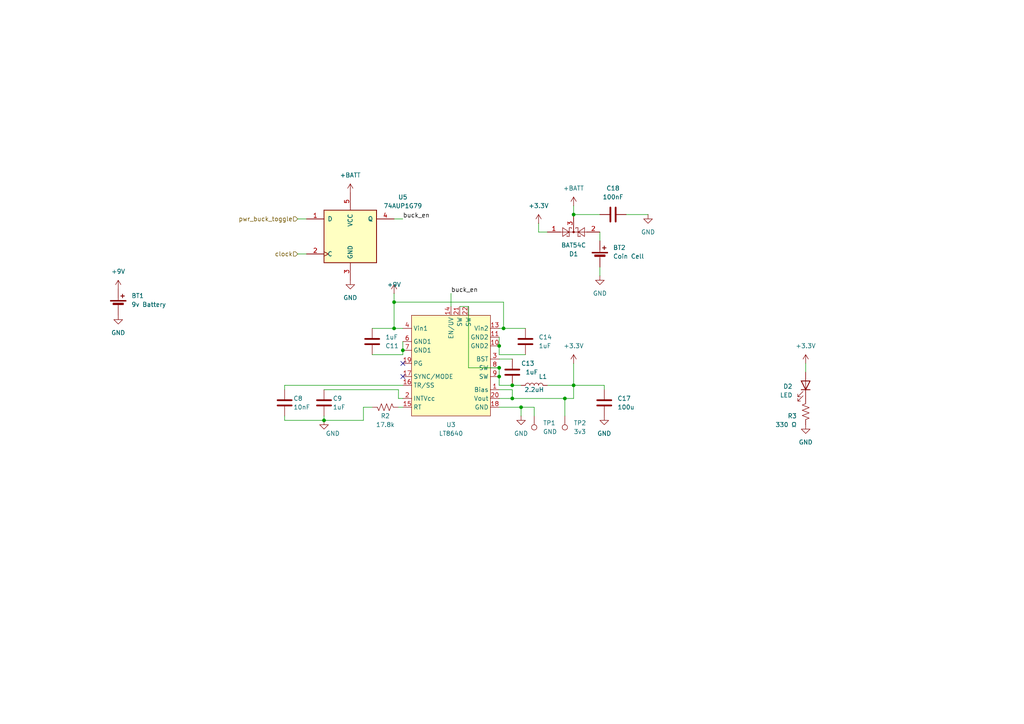
<source format=kicad_sch>
(kicad_sch (version 20231120) (generator "eeschema") (generator_version "8.0")
  (paper "A4")
  (lib_symbols
    (symbol "74xGxx:74AUP1G79" (pin_names (offset 1.016))
      (property "Reference" "U" (at -2.54 5.08 0))
      (property "Value" "74AUP1G79" (at 0 -5.08 0))
      (symbol "74AUP1G79_0_1"
        (rectangle (start -7.62 7.62) (end 7.62 -7.62) (stroke (width 0.254)) (fill (type background)))
      )
      (symbol "74AUP1G79_1_1"
        (pin input line (at -12.7 5.08 0) (length 5.08) (name "D") (number "1"))
        (pin input clock (at -12.7 -5.08 0) (length 5.08) (name "C") (number "2"))
        (pin power_in line (at 0 -12.7 90) (length 5.08) (name "GND") (number "3"))
        (pin output line (at 12.7 5.08 180) (length 5.08) (name "Q") (number "4"))
        (pin power_in line (at 0 12.7 270) (length 5.08) (name "VCC") (number "5"))
      )
    )
    (symbol "Connector:TestPoint" (pin_numbers hide) (pin_names (offset 0.762) hide)
      (property "Reference" "TP" (at 0 6.858 0))
      (property "Value" "TestPoint" (at 0 5.08 0))
      (symbol "TestPoint_0_1"
        (circle (center 0 3.302) (radius 0.762))
      )
      (symbol "TestPoint_1_1"
        (pin passive line (at 0 0 90) (length 2.54) (name "1") (number "1"))
      )
    )
    (symbol "Device:Battery_Cell" (pin_numbers hide) (pin_names (offset 0) hide)
      (property "Reference" "BT" (at 2.54 2.54 0))
      (property "Value" "Battery_Cell" (at 2.54 0 0))
      (symbol "Battery_Cell_0_1"
        (rectangle (start -2.286 1.778) (end 2.286 1.524) (fill (type outline)))
        (rectangle (start -1.524 1.016) (end 1.524 0.508) (fill (type outline)))
        (polyline (pts (xy 0 0.762) (xy 0 0)))
        (polyline (pts (xy 0 1.778) (xy 0 2.54)))
        (polyline (pts (xy 0.762 3.048) (xy 1.778 3.048)) (stroke (width 0.254)))
        (polyline (pts (xy 1.27 3.556) (xy 1.27 2.54)) (stroke (width 0.254)))
      )
      (symbol "Battery_Cell_1_1"
        (pin passive line (at 0 5.08 270) (length 2.54) (name "+") (number "1"))
        (pin passive line (at 0 -2.54 90) (length 2.54) (name "-") (number "2"))
      )
    )
    (symbol "Device:C" (pin_numbers hide) (pin_names (offset 0.254))
      (property "Reference" "C" (at 0.635 2.54 0))
      (property "Value" "C" (at 0.635 -2.54 0))
      (symbol "C_0_1"
        (polyline (pts (xy -2.032 -0.762) (xy 2.032 -0.762)) (stroke (width 0.508)))
        (polyline (pts (xy -2.032 0.762) (xy 2.032 0.762)) (stroke (width 0.508)))
      )
      (symbol "C_1_1"
        (pin passive line (at 0 3.81 270) (length 2.794) (name "~") (number "1"))
        (pin passive line (at 0 -3.81 90) (length 2.794) (name "~") (number "2"))
      )
    )
    (symbol "Device:L" (pin_numbers hide) (pin_names (offset 1.016) hide)
      (property "Reference" "L" (at -1.27 0 90))
      (property "Value" "L" (at 1.905 0 90))
      (symbol "L_0_1"
        (arc (start 0 -2.54) (mid 0.6323 -1.905) (end 0 -1.27))
        (arc (start 0 -1.27) (mid 0.6323 -0.635) (end 0 0))
        (arc (start 0 0) (mid 0.6323 0.635) (end 0 1.27))
        (arc (start 0 1.27) (mid 0.6323 1.905) (end 0 2.54))
      )
      (symbol "L_1_1"
        (pin passive line (at 0 3.81 270) (length 1.27) (name "1") (number "1"))
        (pin passive line (at 0 -3.81 90) (length 1.27) (name "2") (number "2"))
      )
    )
    (symbol "Device:LED" (pin_numbers hide) (pin_names (offset 1.016) hide)
      (property "Reference" "D" (at 0 2.54 0))
      (property "Value" "LED" (at 0 -2.54 0))
      (symbol "LED_0_1"
        (polyline (pts (xy -1.27 -1.27) (xy -1.27 1.27)) (stroke (width 0.254)))
        (polyline (pts (xy -1.27 0) (xy 1.27 0)))
        (polyline (pts (xy 1.27 -1.27) (xy 1.27 1.27) (xy -1.27 0) (xy 1.27 -1.27)) (stroke (width 0.254)))
        (polyline (pts (xy -3.048 -0.762) (xy -4.572 -2.286) (xy -3.81 -2.286) (xy -4.572 -2.286) (xy -4.572 -1.524)))
        (polyline (pts (xy -1.778 -0.762) (xy -3.302 -2.286) (xy -2.54 -2.286) (xy -3.302 -2.286) (xy -3.302 -1.524)))
      )
      (symbol "LED_1_1"
        (pin passive line (at -3.81 0 0) (length 2.54) (name "K") (number "1"))
        (pin passive line (at 3.81 0 180) (length 2.54) (name "A") (number "2"))
      )
    )
    (symbol "Device:R_US" (pin_numbers hide) (pin_names (offset 0))
      (property "Reference" "R" (at 2.54 0 90))
      (property "Value" "R_US" (at -2.54 0 90))
      (symbol "R_US_0_1"
        (polyline (pts (xy 0 -2.286) (xy 0 -2.54)))
        (polyline (pts (xy 0 2.286) (xy 0 2.54)))
        (polyline (pts (xy 0 -0.762) (xy 1.016 -1.143) (xy 0 -1.524) (xy -1.016 -1.905) (xy 0 -2.286)))
        (polyline (pts (xy 0 0.762) (xy 1.016 0.381) (xy 0 0) (xy -1.016 -0.381) (xy 0 -0.762)))
        (polyline (pts (xy 0 2.286) (xy 1.016 1.905) (xy 0 1.524) (xy -1.016 1.143) (xy 0 0.762)))
      )
      (symbol "R_US_1_1"
        (pin passive line (at 0 3.81 270) (length 1.27) (name "~") (number "1"))
        (pin passive line (at 0 -3.81 90) (length 1.27) (name "~") (number "2"))
      )
    )
    (symbol "Diode:BAT54C" (pin_names (offset 1.016))
      (property "Reference" "D" (at 0.635 -3.81 0))
      (property "Value" "BAT54C" (at -6.35 3.175 0))
      (symbol "BAT54C_0_1"
        (polyline (pts (xy -1.905 0) (xy 1.905 0)))
        (polyline (pts (xy -1.905 1.27) (xy -1.905 1.016)))
        (polyline (pts (xy -1.27 -1.27) (xy -0.635 -1.27)))
        (polyline (pts (xy -1.27 0) (xy -3.81 0)))
        (polyline (pts (xy -1.27 1.27) (xy -1.905 1.27)))
        (polyline (pts (xy -1.27 1.27) (xy -1.27 -1.27)))
        (polyline (pts (xy -0.635 -1.27) (xy -0.635 -1.016)))
        (polyline (pts (xy 0.635 -1.27) (xy 0.635 -1.016)))
        (polyline (pts (xy 1.27 -1.27) (xy 0.635 -1.27)))
        (polyline (pts (xy 1.27 1.27) (xy 1.27 -1.27)))
        (polyline (pts (xy 1.27 1.27) (xy 1.905 1.27)))
        (polyline (pts (xy 1.905 1.27) (xy 1.905 1.016)))
        (polyline (pts (xy 3.81 0) (xy 1.27 0)))
        (polyline (pts (xy -3.175 -1.27) (xy -3.175 1.27) (xy -1.27 0) (xy -3.175 -1.27)))
        (polyline (pts (xy 3.175 -1.27) (xy 3.175 1.27) (xy 1.27 0) (xy 3.175 -1.27)))
        (circle (center 0 0) (radius 0.254) (fill (type outline)))
      )
      (symbol "BAT54C_1_1"
        (pin passive line (at -7.62 0 0) (length 3.81) (name "~") (number "1"))
        (pin passive line (at 7.62 0 180) (length 3.81) (name "~") (number "2"))
        (pin passive line (at 0 -5.08 90) (length 5.08) (name "~") (number "3"))
      )
    )
    (symbol "Lou:LT8640"
      (property "Reference" "U3" (at 0 -19.05 0))
      (property "Value" "LT8640" (at 0 -21.59 0))
      (symbol "LT8640_0_0"
        (pin input line (at 13.97 -8.89 180) (length 2.54) (name "Bias") (number "1"))
        (pin open_emitter line (at 13.97 3.81 180) (length 2.54) (name "GND2") (number "10"))
        (pin open_emitter line (at 13.97 6.35 180) (length 2.54) (name "GND2") (number "11"))
        (pin power_in line (at 13.97 8.89 180) (length 2.54) (name "Vin2") (number "13"))
        (pin input line (at 0 15.24 270) (length 2.54) (name "EN/UV") (number "14"))
        (pin power_in line (at -13.97 -13.97 0) (length 2.54) (name "RT") (number "15"))
        (pin input line (at -13.97 -7.62 0) (length 2.54) (name "TR/SS") (number "16"))
        (pin input line (at -13.97 -5.08 0) (length 2.54) (name "SYNC/MODE") (number "17"))
        (pin power_in line (at 13.97 -13.97 180) (length 2.54) (name "GND") (number "18"))
        (pin open_collector line (at -13.97 -1.27 0) (length 2.54) (name "PG") (number "19"))
        (pin power_in line (at -13.97 -11.43 0) (length 2.54) (name "INTVcc") (number "2"))
        (pin power_out line (at 13.97 -11.43 180) (length 2.54) (name "Vout") (number "20"))
        (pin power_out line (at 2.54 15.24 270) (length 2.54) (name "SW") (number "21"))
        (pin power_out line (at 5.08 15.24 270) (length 2.54) (name "SW") (number "22"))
        (pin power_in line (at 13.97 0 180) (length 2.54) (name "BST") (number "3"))
        (pin power_in line (at -13.97 8.89 0) (length 2.54) (name "Vin1") (number "4"))
        (pin open_emitter line (at -13.97 5.08 0) (length 2.54) (name "GND1") (number "6"))
        (pin open_emitter line (at -13.97 2.54 0) (length 2.54) (name "GND1") (number "7"))
        (pin power_out line (at 13.97 -2.54 180) (length 2.54) (name "SW") (number "8"))
        (pin power_out line (at 13.97 -5.08 180) (length 2.54) (name "SW") (number "9"))
      )
      (symbol "LT8640_1_1"
        (rectangle (start -11.43 12.7) (end 11.43 -16.51) (fill (type background)))
      )
    )
    (symbol "power:+3.3V" (power) (pin_numbers hide) (pin_names (offset 0) hide)
      (property "Value" "+3.3V" (at 0 3.556 0))
      (symbol "+3.3V_0_1"
        (polyline (pts (xy -0.762 1.27) (xy 0 2.54)))
        (polyline (pts (xy 0 0) (xy 0 2.54)))
        (polyline (pts (xy 0 2.54) (xy 0.762 1.27)))
      )
      (symbol "+3.3V_1_1"
        (pin power_in line (at 0 0 90) (length 0) (name "~") (number "1"))
      )
    )
    (symbol "power:+9V" (power) (pin_numbers hide) (pin_names (offset 0) hide)
      (property "Value" "+9V" (at 0 3.556 0))
      (symbol "+9V_0_1"
        (polyline (pts (xy -0.762 1.27) (xy 0 2.54)))
        (polyline (pts (xy 0 0) (xy 0 2.54)))
        (polyline (pts (xy 0 2.54) (xy 0.762 1.27)))
      )
      (symbol "+9V_1_1"
        (pin power_in line (at 0 0 90) (length 0) (name "~") (number "1"))
      )
    )
    (symbol "power:+BATT" (power) (pin_numbers hide) (pin_names (offset 0) hide)
      (property "Value" "+BATT" (at 0 3.556 0))
      (symbol "+BATT_0_1"
        (polyline (pts (xy -0.762 1.27) (xy 0 2.54)))
        (polyline (pts (xy 0 0) (xy 0 2.54)))
        (polyline (pts (xy 0 2.54) (xy 0.762 1.27)))
      )
      (symbol "+BATT_1_1"
        (pin power_in line (at 0 0 90) (length 0) (name "~") (number "1"))
      )
    )
    (symbol "power:GND" (power) (pin_numbers hide) (pin_names (offset 0) hide)
      (property "Value" "GND" (at 0 -3.81 0))
      (symbol "GND_0_1"
        (polyline (pts (xy 0 0) (xy 0 -1.27) (xy 1.27 -1.27) (xy 0 -2.54) (xy -1.27 -1.27) (xy 0 -1.27)))
      )
      (symbol "GND_1_1"
        (pin power_in line (at 0 0 270) (length 0) (name "~") (number "1"))
      )
    )
  )
  (junction (at 166.37 62.23))
  (junction (at 114.3 95.25))
  (junction (at 166.37 111.76))
  (junction (at 93.98 121.92))
  (junction (at 116.84 101.6))
  (junction (at 146.05 95.25))
  (junction (at 148.59 115.57))
  (junction (at 114.3 87.63))
  (junction (at 151.13 118.11))
  (junction (at 148.59 111.76))
  (junction (at 144.78 109.22))
  (junction (at 163.83 115.57))
  (junction (at 144.78 100.33))
  (junction (at 144.78 106.68))
  (no_connect (at 116.84 105.41))
  (no_connect (at 116.84 109.22))
  (wire (pts (xy 116.84 99.06) (xy 116.84 101.6)))
  (wire (pts (xy 233.68 105.41) (xy 233.68 107.95)))
  (wire (pts (xy 166.37 59.69) (xy 166.37 62.23)))
  (wire (pts (xy 175.26 111.76) (xy 175.26 113.03)))
  (wire (pts (xy 144.78 100.33) (xy 144.78 102.87)))
  (wire (pts (xy 163.83 115.57) (xy 166.37 115.57)))
  (wire (pts (xy 156.21 67.31) (xy 158.75 67.31)))
  (wire (pts (xy 173.99 80.01) (xy 173.99 77.47)))
  (wire (pts (xy 151.13 118.11) (xy 144.78 118.11)))
  (wire (pts (xy 105.41 118.11) (xy 105.41 121.92)))
  (wire (pts (xy 135.89 106.68) (xy 144.78 106.68)))
  (wire (pts (xy 86.36 73.66) (xy 88.9 73.66)))
  (wire (pts (xy 151.13 111.76) (xy 148.59 111.76)))
  (wire (pts (xy 107.95 95.25) (xy 114.3 95.25)))
  (wire (pts (xy 82.55 113.03) (xy 82.55 111.76)))
  (wire (pts (xy 144.78 115.57) (xy 148.59 115.57)))
  (wire (pts (xy 181.61 62.23) (xy 187.96 62.23)))
  (wire (pts (xy 146.05 95.25) (xy 152.4 95.25)))
  (wire (pts (xy 173.99 62.23) (xy 166.37 62.23)))
  (wire (pts (xy 166.37 111.76) (xy 166.37 115.57)))
  (wire (pts (xy 144.78 95.25) (xy 146.05 95.25)))
  (wire (pts (xy 82.55 111.76) (xy 116.84 111.76)))
  (wire (pts (xy 115.57 115.57) (xy 116.84 115.57)))
  (wire (pts (xy 144.78 111.76) (xy 148.59 111.76)))
  (wire (pts (xy 130.81 85.09) (xy 130.81 88.9)))
  (wire (pts (xy 107.95 118.11) (xy 105.41 118.11)))
  (wire (pts (xy 148.59 115.57) (xy 163.83 115.57)))
  (wire (pts (xy 114.3 85.09) (xy 114.3 87.63)))
  (wire (pts (xy 151.13 120.65) (xy 151.13 118.11)))
  (wire (pts (xy 156.21 64.77) (xy 156.21 67.31)))
  (wire (pts (xy 86.36 63.5) (xy 88.9 63.5)))
  (wire (pts (xy 135.89 88.9) (xy 135.89 106.68)))
  (wire (pts (xy 116.84 101.6) (xy 116.84 102.87)))
  (wire (pts (xy 144.78 109.22) (xy 144.78 111.76)))
  (wire (pts (xy 93.98 121.92) (xy 105.41 121.92)))
  (wire (pts (xy 93.98 113.03) (xy 115.57 113.03)))
  (wire (pts (xy 144.78 104.14) (xy 148.59 104.14)))
  (wire (pts (xy 115.57 113.03) (xy 115.57 115.57)))
  (wire (pts (xy 93.98 120.65) (xy 93.98 121.92)))
  (wire (pts (xy 114.3 95.25) (xy 116.84 95.25)))
  (wire (pts (xy 116.84 102.87) (xy 107.95 102.87)))
  (wire (pts (xy 144.78 102.87) (xy 152.4 102.87)))
  (wire (pts (xy 163.83 115.57) (xy 163.83 120.65)))
  (wire (pts (xy 114.3 87.63) (xy 146.05 87.63)))
  (wire (pts (xy 114.3 87.63) (xy 114.3 95.25)))
  (wire (pts (xy 148.59 113.03) (xy 144.78 113.03)))
  (wire (pts (xy 151.13 118.11) (xy 154.94 118.11)))
  (wire (pts (xy 115.57 118.11) (xy 116.84 118.11)))
  (wire (pts (xy 154.94 118.11) (xy 154.94 120.65)))
  (wire (pts (xy 146.05 95.25) (xy 146.05 87.63)))
  (wire (pts (xy 144.78 97.79) (xy 144.78 100.33)))
  (wire (pts (xy 144.78 106.68) (xy 144.78 109.22)))
  (wire (pts (xy 158.75 111.76) (xy 166.37 111.76)))
  (wire (pts (xy 116.84 63.5) (xy 114.3 63.5)))
  (wire (pts (xy 148.59 113.03) (xy 148.59 115.57)))
  (wire (pts (xy 166.37 105.41) (xy 166.37 111.76)))
  (wire (pts (xy 82.55 120.65) (xy 82.55 121.92)))
  (wire (pts (xy 175.26 111.76) (xy 166.37 111.76)))
  (wire (pts (xy 173.99 69.85) (xy 173.99 67.31)))
  (wire (pts (xy 82.55 121.92) (xy 93.98 121.92)))
  (wire (pts (xy 133.35 88.9) (xy 135.89 88.9)))
  (label "buck_en" (at 116.84 63.5 0))
  (label "buck_en" (at 130.81 85.09 0))
  (hierarchical_label "clock" (shape input) (at 86.36 73.66 180))
  (hierarchical_label "pwr_buck_toggle" (shape input) (at 86.36 63.5 180))
  (symbol (lib_id "74xGxx:74AUP1G79") (at 101.6 68.58 0) (unit 1)
    (property "Reference" "U5" (at 116.84 57.1814 0))
    (property "Value" "74AUP1G79" (at 116.84 59.7214 0))
    (property "Footprint" "Package_TO_SOT_SMD:SOT-23-5" (effects (hide yes)))
    (property "Datasheet" "http://www.ti.com/lit/sg/scyt129e/scyt129e.pdf" (effects (hide yes)))
    (property "Description" "Single D Flip-Flop, Low-Voltage CMOS" (effects (hide yes)))
  )
  (symbol (lib_id "Lou:LT8640") (at 130.81 104.14 0) (unit 1)
    (property "Reference" "U3" (at 130.81 123.19 0))
    (property "Value" "LT8640" (at 130.81 125.73 0))
    (property "Footprint" "Lou:LT8640" (effects (hide yes)))
  )
  (symbol (lib_id "power:+3.3V") (at 233.68 105.41 0) (unit 1)
    (property "Reference" "#PWR036" (effects (hide yes)))
    (property "Value" "+3.3V" (at 233.68 100.33 0))
    (property "Description" "Power symbol creates a global label with name \"+3.3V\"" (effects (hide yes)))
  )
  (symbol (lib_id "power:+9V") (at 34.29 83.82 0) (unit 1)
    (property "Reference" "#PWR01" (effects (hide yes)))
    (property "Value" "+9V" (at 34.29 78.74 0))
    (property "Description" "Power symbol creates a global label with name \"+9V\"" (effects (hide yes)))
  )
  (symbol (lib_id "power:+3.3V") (at 156.21 64.77 0) (unit 1)
    (property "Reference" "#PWR024" (effects (hide yes)))
    (property "Value" "+3.3V" (at 156.21 59.69 0))
    (property "Description" "Power symbol creates a global label with name \"+3.3V\"" (effects (hide yes)))
  )
  (symbol (lib_id "Device:C") (at 107.95 99.06 0) (mirror x) (unit 1)
    (property "Reference" "C11" (at 111.76 100.33 0) (effects (justify left)))
    (property "Value" "1uF" (at 111.76 97.79 0) (effects (justify left)))
    (property "Footprint" "Capacitor_SMD:C_0603_1608Metric" (effects (hide yes)))
  )
  (symbol (lib_id "Device:Battery_Cell") (at 173.99 74.93 0) (unit 1)
    (property "Reference" "BT2" (at 177.8 71.8185 0) (effects (justify left)))
    (property "Value" "Coin Cell" (at 177.8 74.3585 0) (effects (justify left)))
    (property "Footprint" "Lou:BatteryHolder_Keystone_1057_1x2032" (effects (hide yes)))
  )
  (symbol (lib_id "power:GND") (at 175.26 120.65 0) (unit 1)
    (property "Reference" "#PWR034" (effects (hide yes)))
    (property "Value" "GND" (at 175.26 125.73 0))
    (property "Description" "Power symbol creates a global label with name \"GND\" , ground" (effects (hide yes)))
  )
  (symbol (lib_id "Device:C") (at 148.59 107.95 0) (unit 1)
    (property "Reference" "C13" (at 151.13 105.41 0) (effects (justify left)))
    (property "Value" "1uF" (at 152.4 107.95 0) (effects (justify left)))
    (property "Footprint" "Capacitor_SMD:C_0603_1608Metric" (effects (hide yes)))
  )
  (symbol (lib_id "power:GND") (at 187.96 62.23 0) (unit 1)
    (property "Reference" "#PWR035" (effects (hide yes)))
    (property "Value" "GND" (at 187.96 67.31 0))
    (property "Description" "Power symbol creates a global label with name \"GND\" , ground" (effects (hide yes)))
  )
  (symbol (lib_id "Connector:TestPoint") (at 154.94 120.65 180) (unit 1)
    (property "Reference" "TP1" (at 157.48 122.682 0) (effects (justify right)))
    (property "Value" "GND" (at 157.48 125.222 0) (effects (justify right)))
    (property "Footprint" "TestPoint:TestPoint_Pad_D1.0mm" (effects (hide yes)))
  )
  (symbol (lib_id "Device:C") (at 82.55 116.84 0) (unit 1)
    (property "Reference" "C8" (at 85.09 115.57 0) (effects (justify left)))
    (property "Value" "10nF" (at 85.09 118.11 0) (effects (justify left)))
    (property "Footprint" "Capacitor_SMD:C_0603_1608Metric" (effects (hide yes)))
  )
  (symbol (lib_id "Device:C") (at 177.8 62.23 90) (unit 1)
    (property "Reference" "C18" (at 177.8 54.61 90))
    (property "Value" "100nF" (at 177.8 57.15 90))
    (property "Footprint" "Capacitor_SMD:C_0402_1005Metric" (effects (hide yes)))
  )
  (symbol (lib_id "Device:L") (at 154.94 111.76 90) (unit 1)
    (property "Reference" "L1" (at 157.48 109.22 90))
    (property "Value" "2.2uH" (at 154.94 113.03 90))
    (property "Footprint" "Inductor_SMD:L_Bourns-SRN8040_8x8.15mm" (effects (hide yes)))
  )
  (symbol (lib_id "Device:Battery_Cell") (at 34.29 88.9 0) (unit 1)
    (property "Reference" "BT1" (at 38.1 85.7885 0) (effects (justify left)))
    (property "Value" "9v Battery" (at 38.1 88.3285 0) (effects (justify left)))
    (property "Footprint" "Connector_JST:JST_PH_B2B-PH-K_1x02_P2.00mm_Vertical" (effects (hide yes)))
  )
  (symbol (lib_id "power:GND") (at 101.6 81.28 0) (unit 1)
    (property "Reference" "#PWR05" (effects (hide yes)))
    (property "Value" "GND" (at 101.6 86.36 0))
    (property "Description" "Power symbol creates a global label with name \"GND\" , ground" (effects (hide yes)))
  )
  (symbol (lib_id "Device:LED") (at 233.68 111.76 270) (mirror x) (unit 1)
    (property "Reference" "D2" (at 229.87 112.0775 90) (effects (justify right)))
    (property "Value" "LED" (at 229.87 114.6175 90) (effects (justify right)))
    (property "Footprint" "LED_SMD:LED_0603_1608Metric" (effects (hide yes)))
  )
  (symbol (lib_id "power:GND") (at 173.99 80.01 0) (unit 1)
    (property "Reference" "#PWR033" (effects (hide yes)))
    (property "Value" "GND" (at 173.99 85.09 0))
    (property "Description" "Power symbol creates a global label with name \"GND\" , ground" (effects (hide yes)))
  )
  (symbol (lib_id "power:GND") (at 34.29 91.44 0) (unit 1)
    (property "Reference" "#PWR02" (effects (hide yes)))
    (property "Value" "GND" (at 34.29 96.52 0))
    (property "Description" "Power symbol creates a global label with name \"GND\" , ground" (effects (hide yes)))
  )
  (symbol (lib_id "power:+3.3V") (at 166.37 105.41 0) (unit 1)
    (property "Reference" "#PWR032" (effects (hide yes)))
    (property "Value" "+3.3V" (at 166.37 100.33 0))
    (property "Description" "Power symbol creates a global label with name \"+3.3V\"" (effects (hide yes)))
  )
  (symbol (lib_id "power:GND") (at 93.98 121.92 0) (unit 1)
    (property "Reference" "#PWR03" (effects (hide yes)))
    (property "Value" "GND" (at 96.52 125.73 0))
    (property "Description" "Power symbol creates a global label with name \"GND\" , ground" (effects (hide yes)))
  )
  (symbol (lib_id "Connector:TestPoint") (at 163.83 120.65 180) (unit 1)
    (property "Reference" "TP2" (at 166.37 122.682 0) (effects (justify right)))
    (property "Value" "3v3" (at 166.37 125.222 0) (effects (justify right)))
    (property "Footprint" "TestPoint:TestPoint_Pad_D1.0mm" (effects (hide yes)))
  )
  (symbol (lib_id "Device:R_US") (at 233.68 119.38 0) (mirror y) (unit 1)
    (property "Reference" "R3" (at 231.14 120.65 0) (effects (justify left)))
    (property "Value" "330 Ω" (at 231.14 123.19 0) (effects (justify left)))
    (property "Footprint" "Resistor_SMD:R_0603_1608Metric" (effects (hide yes)))
  )
  (symbol (lib_id "Device:C") (at 175.26 116.84 0) (unit 1)
    (property "Reference" "C17" (at 179.07 115.57 0) (effects (justify left)))
    (property "Value" "100u" (at 179.07 118.11 0) (effects (justify left)))
    (property "Footprint" "Capacitor_SMD:CP_Elec_6.3x5.3" (effects (hide yes)))
  )
  (symbol (lib_id "power:GND") (at 151.13 120.65 0) (unit 1)
    (property "Reference" "#PWR017" (effects (hide yes)))
    (property "Value" "GND" (at 151.13 125.73 0))
    (property "Description" "Power symbol creates a global label with name \"GND\" , ground" (effects (hide yes)))
  )
  (symbol (lib_id "power:+BATT") (at 166.37 59.69 0) (unit 1)
    (property "Reference" "#PWR030" (effects (hide yes)))
    (property "Value" "+BATT" (at 166.37 54.61 0))
    (property "Description" "Power symbol creates a global label with name \"+BATT\"" (effects (hide yes)))
  )
  (symbol (lib_id "power:GND") (at 233.68 123.19 0) (unit 1)
    (property "Reference" "#PWR037" (effects (hide yes)))
    (property "Value" "GND" (at 233.68 128.27 0))
    (property "Description" "Power symbol creates a global label with name \"GND\" , ground" (effects (hide yes)))
  )
  (symbol (lib_id "Device:C") (at 152.4 99.06 0) (unit 1)
    (property "Reference" "C14" (at 156.21 97.79 0) (effects (justify left)))
    (property "Value" "1uF" (at 156.21 100.33 0) (effects (justify left)))
    (property "Footprint" "Capacitor_SMD:C_0603_1608Metric" (effects (hide yes)))
  )
  (symbol (lib_id "power:+9V") (at 114.3 85.09 0) (unit 1)
    (property "Reference" "#PWR06" (effects (hide yes)))
    (property "Value" "+9V" (at 114.3 82.55 0))
    (property "Description" "Power symbol creates a global label with name \"+9V\"" (effects (hide yes)))
  )
  (symbol (lib_id "power:+BATT") (at 101.6 55.88 0) (unit 1)
    (property "Reference" "#PWR04" (effects (hide yes)))
    (property "Value" "+BATT" (at 101.6 50.8 0))
    (property "Description" "Power symbol creates a global label with name \"+BATT\"" (effects (hide yes)))
  )
  (symbol (lib_id "Diode:BAT54C") (at 166.37 67.31 0) (mirror x) (unit 1)
    (property "Reference" "D1" (at 166.37 73.66 0))
    (property "Value" "BAT54C" (at 166.37 71.12 0))
    (property "Footprint" "Package_TO_SOT_SMD:SOT-23" (effects (hide yes)))
    (property "Datasheet" "http://www.diodes.com/_files/datasheets/ds11005.pdf" (effects (hide yes)))
    (property "Description" "dual schottky barrier diode, common cathode" (effects (hide yes)))
  )
  (symbol (lib_id "Device:C") (at 93.98 116.84 0) (unit 1)
    (property "Reference" "C9" (at 96.52 115.57 0) (effects (justify left)))
    (property "Value" "1uF" (at 96.52 118.11 0) (effects (justify left)))
    (property "Footprint" "Capacitor_SMD:C_0603_1608Metric" (effects (hide yes)))
  )
  (symbol (lib_id "Device:R_US") (at 111.76 118.11 270) (mirror x) (unit 1)
    (property "Reference" "R2" (at 111.76 120.65 90))
    (property "Value" "17.8k" (at 111.76 123.19 90))
    (property "Footprint" "Resistor_SMD:R_0603_1608Metric" (effects (hide yes)))
  )
)
</source>
